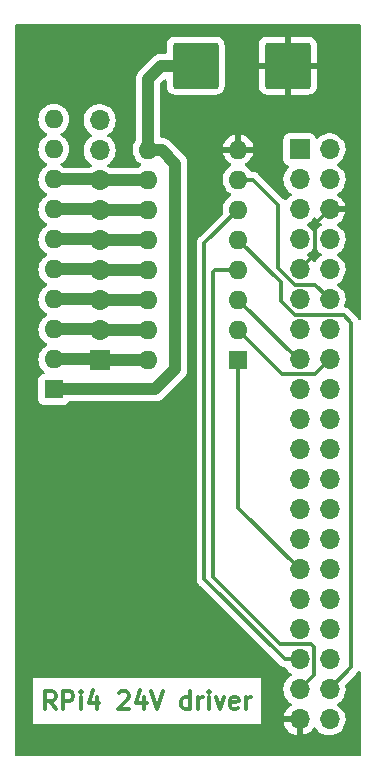
<source format=gbr>
%TF.GenerationSoftware,KiCad,Pcbnew,6.0.11+dfsg-1*%
%TF.CreationDate,2023-04-12T13:51:57+02:00*%
%TF.ProjectId,power_driver,706f7765-725f-4647-9269-7665722e6b69,rev?*%
%TF.SameCoordinates,Original*%
%TF.FileFunction,Copper,L1,Top*%
%TF.FilePolarity,Positive*%
%FSLAX46Y46*%
G04 Gerber Fmt 4.6, Leading zero omitted, Abs format (unit mm)*
G04 Created by KiCad (PCBNEW 6.0.11+dfsg-1) date 2023-04-12 13:51:57*
%MOMM*%
%LPD*%
G01*
G04 APERTURE LIST*
G04 Aperture macros list*
%AMRoundRect*
0 Rectangle with rounded corners*
0 $1 Rounding radius*
0 $2 $3 $4 $5 $6 $7 $8 $9 X,Y pos of 4 corners*
0 Add a 4 corners polygon primitive as box body*
4,1,4,$2,$3,$4,$5,$6,$7,$8,$9,$2,$3,0*
0 Add four circle primitives for the rounded corners*
1,1,$1+$1,$2,$3*
1,1,$1+$1,$4,$5*
1,1,$1+$1,$6,$7*
1,1,$1+$1,$8,$9*
0 Add four rect primitives between the rounded corners*
20,1,$1+$1,$2,$3,$4,$5,0*
20,1,$1+$1,$4,$5,$6,$7,0*
20,1,$1+$1,$6,$7,$8,$9,0*
20,1,$1+$1,$8,$9,$2,$3,0*%
G04 Aperture macros list end*
%ADD10C,0.300000*%
%TA.AperFunction,NonConductor*%
%ADD11C,0.300000*%
%TD*%
%TA.AperFunction,ComponentPad*%
%ADD12R,1.700000X1.700000*%
%TD*%
%TA.AperFunction,ComponentPad*%
%ADD13O,1.700000X1.700000*%
%TD*%
%TA.AperFunction,ComponentPad*%
%ADD14R,1.600000X1.600000*%
%TD*%
%TA.AperFunction,ComponentPad*%
%ADD15O,1.600000X1.600000*%
%TD*%
%TA.AperFunction,ComponentPad*%
%ADD16RoundRect,0.250002X-1.699998X-1.699998X1.699998X-1.699998X1.699998X1.699998X-1.699998X1.699998X0*%
%TD*%
%TA.AperFunction,Conductor*%
%ADD17C,1.000000*%
%TD*%
%TA.AperFunction,Conductor*%
%ADD18C,0.300000*%
%TD*%
G04 APERTURE END LIST*
D10*
D11*
X202150000Y-121978571D02*
X201650000Y-121264285D01*
X201292857Y-121978571D02*
X201292857Y-120478571D01*
X201864285Y-120478571D01*
X202007142Y-120550000D01*
X202078571Y-120621428D01*
X202150000Y-120764285D01*
X202150000Y-120978571D01*
X202078571Y-121121428D01*
X202007142Y-121192857D01*
X201864285Y-121264285D01*
X201292857Y-121264285D01*
X202792857Y-121978571D02*
X202792857Y-120478571D01*
X203364285Y-120478571D01*
X203507142Y-120550000D01*
X203578571Y-120621428D01*
X203650000Y-120764285D01*
X203650000Y-120978571D01*
X203578571Y-121121428D01*
X203507142Y-121192857D01*
X203364285Y-121264285D01*
X202792857Y-121264285D01*
X204292857Y-121978571D02*
X204292857Y-120978571D01*
X204292857Y-120478571D02*
X204221428Y-120550000D01*
X204292857Y-120621428D01*
X204364285Y-120550000D01*
X204292857Y-120478571D01*
X204292857Y-120621428D01*
X205650000Y-120978571D02*
X205650000Y-121978571D01*
X205292857Y-120407142D02*
X204935714Y-121478571D01*
X205864285Y-121478571D01*
X207507142Y-120621428D02*
X207578571Y-120550000D01*
X207721428Y-120478571D01*
X208078571Y-120478571D01*
X208221428Y-120550000D01*
X208292857Y-120621428D01*
X208364285Y-120764285D01*
X208364285Y-120907142D01*
X208292857Y-121121428D01*
X207435714Y-121978571D01*
X208364285Y-121978571D01*
X209650000Y-120978571D02*
X209650000Y-121978571D01*
X209292857Y-120407142D02*
X208935714Y-121478571D01*
X209864285Y-121478571D01*
X210221428Y-120478571D02*
X210721428Y-121978571D01*
X211221428Y-120478571D01*
X213507142Y-121978571D02*
X213507142Y-120478571D01*
X213507142Y-121907142D02*
X213364285Y-121978571D01*
X213078571Y-121978571D01*
X212935714Y-121907142D01*
X212864285Y-121835714D01*
X212792857Y-121692857D01*
X212792857Y-121264285D01*
X212864285Y-121121428D01*
X212935714Y-121050000D01*
X213078571Y-120978571D01*
X213364285Y-120978571D01*
X213507142Y-121050000D01*
X214221428Y-121978571D02*
X214221428Y-120978571D01*
X214221428Y-121264285D02*
X214292857Y-121121428D01*
X214364285Y-121050000D01*
X214507142Y-120978571D01*
X214650000Y-120978571D01*
X215150000Y-121978571D02*
X215150000Y-120978571D01*
X215150000Y-120478571D02*
X215078571Y-120550000D01*
X215150000Y-120621428D01*
X215221428Y-120550000D01*
X215150000Y-120478571D01*
X215150000Y-120621428D01*
X215721428Y-120978571D02*
X216078571Y-121978571D01*
X216435714Y-120978571D01*
X217578571Y-121907142D02*
X217435714Y-121978571D01*
X217150000Y-121978571D01*
X217007142Y-121907142D01*
X216935714Y-121764285D01*
X216935714Y-121192857D01*
X217007142Y-121050000D01*
X217150000Y-120978571D01*
X217435714Y-120978571D01*
X217578571Y-121050000D01*
X217650000Y-121192857D01*
X217650000Y-121335714D01*
X216935714Y-121478571D01*
X218292857Y-121978571D02*
X218292857Y-120978571D01*
X218292857Y-121264285D02*
X218364285Y-121121428D01*
X218435714Y-121050000D01*
X218578571Y-120978571D01*
X218721428Y-120978571D01*
D12*
%TO.P,J1,1,Pin_1*%
%TO.N,unconnected-(J1-Pad1)*%
X222800000Y-74600000D03*
D13*
%TO.P,J1,2,Pin_2*%
%TO.N,unconnected-(J1-Pad2)*%
X225340000Y-74600000D03*
%TO.P,J1,3,Pin_3*%
%TO.N,unconnected-(J1-Pad3)*%
X222800000Y-77140000D03*
%TO.P,J1,4,Pin_4*%
%TO.N,unconnected-(J1-Pad4)*%
X225340000Y-77140000D03*
%TO.P,J1,5,Pin_5*%
%TO.N,unconnected-(J1-Pad5)*%
X222800000Y-79680000D03*
%TO.P,J1,6,Pin_6*%
%TO.N,GND*%
X225340000Y-79680000D03*
%TO.P,J1,7,Pin_7*%
%TO.N,unconnected-(J1-Pad7)*%
X222800000Y-82220000D03*
%TO.P,J1,8,Pin_8*%
%TO.N,unconnected-(J1-Pad8)*%
X225340000Y-82220000D03*
%TO.P,J1,9,Pin_9*%
%TO.N,GND*%
X222800000Y-84760000D03*
%TO.P,J1,10,Pin_10*%
%TO.N,unconnected-(J1-Pad10)*%
X225340000Y-84760000D03*
%TO.P,J1,11,Pin_11*%
%TO.N,unconnected-(J1-Pad11)*%
X222800000Y-87300000D03*
%TO.P,J1,12,Pin_12*%
%TO.N,12*%
X225340000Y-87300000D03*
%TO.P,J1,13,Pin_13*%
%TO.N,unconnected-(J1-Pad13)*%
X222800000Y-89840000D03*
%TO.P,J1,14,Pin_14*%
%TO.N,unconnected-(J1-Pad14)*%
X225340000Y-89840000D03*
%TO.P,J1,15,Pin_15*%
%TO.N,15*%
X222800000Y-92380000D03*
%TO.P,J1,16,Pin_16*%
%TO.N,16*%
X225340000Y-92380000D03*
%TO.P,J1,17,Pin_17*%
%TO.N,unconnected-(J1-Pad17)*%
X222800000Y-94920000D03*
%TO.P,J1,18,Pin_18*%
%TO.N,unconnected-(J1-Pad18)*%
X225340000Y-94920000D03*
%TO.P,J1,19,Pin_19*%
%TO.N,unconnected-(J1-Pad19)*%
X222800000Y-97460000D03*
%TO.P,J1,20,Pin_20*%
%TO.N,unconnected-(J1-Pad20)*%
X225340000Y-97460000D03*
%TO.P,J1,21,Pin_21*%
%TO.N,unconnected-(J1-Pad21)*%
X222800000Y-100000000D03*
%TO.P,J1,22,Pin_22*%
%TO.N,unconnected-(J1-Pad22)*%
X225340000Y-100000000D03*
%TO.P,J1,23,Pin_23*%
%TO.N,unconnected-(J1-Pad23)*%
X222800000Y-102540000D03*
%TO.P,J1,24,Pin_24*%
%TO.N,unconnected-(J1-Pad24)*%
X225340000Y-102540000D03*
%TO.P,J1,25,Pin_25*%
%TO.N,unconnected-(J1-Pad25)*%
X222800000Y-105080000D03*
%TO.P,J1,26,Pin_26*%
%TO.N,unconnected-(J1-Pad26)*%
X225340000Y-105080000D03*
%TO.P,J1,27,Pin_27*%
%TO.N,unconnected-(J1-Pad27)*%
X222800000Y-107620000D03*
%TO.P,J1,28,Pin_28*%
%TO.N,unconnected-(J1-Pad28)*%
X225340000Y-107620000D03*
%TO.P,J1,29,Pin_29*%
%TO.N,29*%
X222800000Y-110160000D03*
%TO.P,J1,30,Pin_30*%
%TO.N,unconnected-(J1-Pad30)*%
X225340000Y-110160000D03*
%TO.P,J1,31,Pin_31*%
%TO.N,unconnected-(J1-Pad31)*%
X222800000Y-112700000D03*
%TO.P,J1,32,Pin_32*%
%TO.N,unconnected-(J1-Pad32)*%
X225340000Y-112700000D03*
%TO.P,J1,33,Pin_33*%
%TO.N,unconnected-(J1-Pad33)*%
X222800000Y-115240000D03*
%TO.P,J1,34,Pin_34*%
%TO.N,unconnected-(J1-Pad34)*%
X225340000Y-115240000D03*
%TO.P,J1,35,Pin_35*%
%TO.N,35*%
X222800000Y-117780000D03*
%TO.P,J1,36,Pin_36*%
%TO.N,unconnected-(J1-Pad36)*%
X225340000Y-117780000D03*
%TO.P,J1,37,Pin_37*%
%TO.N,37*%
X222800000Y-120320000D03*
%TO.P,J1,38,Pin_38*%
%TO.N,38*%
X225340000Y-120320000D03*
%TO.P,J1,39,Pin_39*%
%TO.N,GND*%
X222800000Y-122860000D03*
%TO.P,J1,40,Pin_40*%
%TO.N,unconnected-(J1-Pad40)*%
X225340000Y-122860000D03*
%TD*%
D14*
%TO.P,U1,1,I1*%
%TO.N,29*%
X217600000Y-92400000D03*
D15*
%TO.P,U1,2,I2*%
%TO.N,16*%
X217600000Y-89860000D03*
%TO.P,U1,3,I3*%
%TO.N,15*%
X217600000Y-87320000D03*
%TO.P,U1,4,I4*%
%TO.N,37*%
X217600000Y-84780000D03*
%TO.P,U1,5,I5*%
%TO.N,38*%
X217600000Y-82240000D03*
%TO.P,U1,6,I6*%
%TO.N,35*%
X217600000Y-79700000D03*
%TO.P,U1,7,I7*%
%TO.N,12*%
X217600000Y-77160000D03*
%TO.P,U1,8,GND*%
%TO.N,GND*%
X217600000Y-74620000D03*
%TO.P,U1,9,COM*%
%TO.N,VCC*%
X209980000Y-74620000D03*
%TO.P,U1,10,O7*%
%TO.N,Net-(J2-Pad7)*%
X209980000Y-77160000D03*
%TO.P,U1,11,O6*%
%TO.N,Net-(J2-Pad6)*%
X209980000Y-79700000D03*
%TO.P,U1,12,O5*%
%TO.N,Net-(J2-Pad5)*%
X209980000Y-82240000D03*
%TO.P,U1,13,O4*%
%TO.N,Net-(J2-Pad4)*%
X209980000Y-84780000D03*
%TO.P,U1,14,O3*%
%TO.N,Net-(J2-Pad3)*%
X209980000Y-87320000D03*
%TO.P,U1,15,O2*%
%TO.N,Net-(J2-Pad2)*%
X209980000Y-89860000D03*
%TO.P,U1,16,O1*%
%TO.N,Net-(J2-Pad1)*%
X209980000Y-92400000D03*
%TD*%
D16*
%TO.P,J4,1,Pin_1*%
%TO.N,GND*%
X221800000Y-67500000D03*
%TD*%
%TO.P,J3,1,Pin_1*%
%TO.N,VCC*%
X214000000Y-67500000D03*
%TD*%
D12*
%TO.P,J2,1,Pin_1*%
%TO.N,Net-(J2-Pad1)*%
X205875000Y-92450000D03*
D13*
%TO.P,J2,2,Pin_2*%
%TO.N,Net-(J2-Pad2)*%
X205875000Y-89910000D03*
%TO.P,J2,3,Pin_3*%
%TO.N,Net-(J2-Pad3)*%
X205875000Y-87370000D03*
%TO.P,J2,4,Pin_4*%
%TO.N,Net-(J2-Pad4)*%
X205875000Y-84830000D03*
%TO.P,J2,5,Pin_5*%
%TO.N,Net-(J2-Pad5)*%
X205875000Y-82290000D03*
%TO.P,J2,6,Pin_6*%
%TO.N,Net-(J2-Pad6)*%
X205875000Y-79750000D03*
%TO.P,J2,7,Pin_7*%
%TO.N,Net-(J2-Pad7)*%
X205875000Y-77210000D03*
%TO.P,J2,8,Pin_8*%
%TO.N,unconnected-(J2-Pad8)*%
X205875000Y-74670000D03*
%TO.P,J2,9,Pin_9*%
%TO.N,unconnected-(J2-Pad9)*%
X205875000Y-72130000D03*
%TD*%
D15*
%TO.P,RN1,10,R9*%
%TO.N,unconnected-(RN1-Pad10)*%
X202000000Y-72065000D03*
%TO.P,RN1,9,R8*%
%TO.N,unconnected-(RN1-Pad9)*%
X202000000Y-74605000D03*
%TO.P,RN1,8,R7*%
%TO.N,Net-(J2-Pad7)*%
X202000000Y-77145000D03*
%TO.P,RN1,7,R6*%
%TO.N,Net-(J2-Pad6)*%
X202000000Y-79685000D03*
%TO.P,RN1,6,R5*%
%TO.N,Net-(J2-Pad5)*%
X202000000Y-82225000D03*
%TO.P,RN1,5,R4*%
%TO.N,Net-(J2-Pad4)*%
X202000000Y-84765000D03*
%TO.P,RN1,4,R3*%
%TO.N,Net-(J2-Pad3)*%
X202000000Y-87305000D03*
%TO.P,RN1,3,R2*%
%TO.N,Net-(J2-Pad2)*%
X202000000Y-89845000D03*
%TO.P,RN1,2,R1*%
%TO.N,Net-(J2-Pad1)*%
X202000000Y-92385000D03*
D14*
%TO.P,RN1,1,common*%
%TO.N,VCC*%
X202000000Y-94925000D03*
%TD*%
D17*
%TO.N,VCC*%
X214000000Y-67500000D02*
X211100000Y-67500000D01*
X211100000Y-67500000D02*
X209980000Y-68620000D01*
X209980000Y-68620000D02*
X209980000Y-74620000D01*
X209980000Y-74620000D02*
X211120000Y-74620000D01*
X211120000Y-74620000D02*
X212300000Y-75800000D01*
X212300000Y-75800000D02*
X212300000Y-93200000D01*
X212300000Y-93200000D02*
X210575000Y-94925000D01*
X202000000Y-94925000D02*
X210575000Y-94925000D01*
D18*
%TO.N,GND*%
X222800000Y-84760000D02*
X224140000Y-83420000D01*
X224140000Y-83420000D02*
X224140000Y-80880000D01*
X224140000Y-80880000D02*
X225340000Y-79680000D01*
%TO.N,29*%
X222800000Y-110160000D02*
X217600000Y-104960000D01*
X217600000Y-104960000D02*
X217600000Y-92400000D01*
%TO.N,38*%
X217600000Y-82240000D02*
X221200000Y-85840000D01*
X221200000Y-85840000D02*
X221200000Y-87397057D01*
X227200000Y-89300000D02*
X227200000Y-118460000D01*
X221200000Y-87397057D02*
X222442943Y-88640000D01*
X222442943Y-88640000D02*
X226540000Y-88640000D01*
X226540000Y-88640000D02*
X227200000Y-89300000D01*
X227200000Y-118460000D02*
X225340000Y-120320000D01*
%TO.N,15*%
X217600000Y-87320000D02*
X222660000Y-92380000D01*
X222660000Y-92380000D02*
X222800000Y-92380000D01*
%TO.N,16*%
X217600000Y-89860000D02*
X221320000Y-93580000D01*
X221320000Y-93580000D02*
X224140000Y-93580000D01*
X224140000Y-93580000D02*
X225340000Y-92380000D01*
%TO.N,37*%
X215500000Y-84960000D02*
X215680000Y-84780000D01*
X215680000Y-84780000D02*
X217600000Y-84780000D01*
X222800000Y-120320000D02*
X224020000Y-119100000D01*
X224020000Y-119100000D02*
X224020000Y-116720000D01*
X224020000Y-116720000D02*
X223740000Y-116440000D01*
X223740000Y-116440000D02*
X221140000Y-116440000D01*
X221140000Y-116440000D02*
X215500000Y-110800000D01*
X215500000Y-110800000D02*
X215500000Y-84960000D01*
%TO.N,35*%
X217600000Y-79700000D02*
X214750000Y-82550000D01*
X214750000Y-82550000D02*
X214750000Y-110950000D01*
X214750000Y-110950000D02*
X221580000Y-117780000D01*
X221580000Y-117780000D02*
X222800000Y-117780000D01*
%TO.N,12*%
X218860000Y-77160000D02*
X221000000Y-79300000D01*
X221000000Y-84657057D02*
X222442943Y-86100000D01*
X217600000Y-77160000D02*
X218860000Y-77160000D01*
X224140000Y-86100000D02*
X225340000Y-87300000D01*
X221000000Y-79300000D02*
X221000000Y-84657057D01*
X222442943Y-86100000D02*
X224140000Y-86100000D01*
D17*
%TO.N,Net-(J2-Pad1)*%
X209980000Y-92400000D02*
X205925000Y-92400000D01*
X205925000Y-92400000D02*
X205875000Y-92450000D01*
X202000000Y-92385000D02*
X205810000Y-92385000D01*
X205810000Y-92385000D02*
X205875000Y-92450000D01*
%TO.N,Net-(J2-Pad2)*%
X202000000Y-89845000D02*
X205810000Y-89845000D01*
X205810000Y-89845000D02*
X205875000Y-89910000D01*
%TO.N,Net-(J2-Pad3)*%
X202000000Y-87305000D02*
X205810000Y-87305000D01*
X205810000Y-87305000D02*
X205875000Y-87370000D01*
%TO.N,Net-(J2-Pad4)*%
X202000000Y-84765000D02*
X205810000Y-84765000D01*
X205810000Y-84765000D02*
X205875000Y-84830000D01*
%TO.N,Net-(J2-Pad5)*%
X202000000Y-82225000D02*
X205810000Y-82225000D01*
X205810000Y-82225000D02*
X205875000Y-82290000D01*
%TO.N,Net-(J2-Pad6)*%
X202000000Y-79685000D02*
X205810000Y-79685000D01*
X205810000Y-79685000D02*
X205875000Y-79750000D01*
%TO.N,Net-(J2-Pad7)*%
X202000000Y-77145000D02*
X205810000Y-77145000D01*
X205810000Y-77145000D02*
X205875000Y-77210000D01*
%TO.N,Net-(J2-Pad2)*%
X209980000Y-89860000D02*
X205925000Y-89860000D01*
X205925000Y-89860000D02*
X205875000Y-89910000D01*
%TO.N,Net-(J2-Pad3)*%
X205875000Y-87370000D02*
X209930000Y-87370000D01*
X209930000Y-87370000D02*
X209980000Y-87320000D01*
%TO.N,Net-(J2-Pad4)*%
X209980000Y-84780000D02*
X205925000Y-84780000D01*
X205925000Y-84780000D02*
X205875000Y-84830000D01*
%TO.N,Net-(J2-Pad5)*%
X205875000Y-82290000D02*
X209930000Y-82290000D01*
X209930000Y-82290000D02*
X209980000Y-82240000D01*
%TO.N,Net-(J2-Pad6)*%
X209980000Y-79700000D02*
X205925000Y-79700000D01*
X205925000Y-79700000D02*
X205875000Y-79750000D01*
%TO.N,Net-(J2-Pad7)*%
X209980000Y-77160000D02*
X205925000Y-77160000D01*
X205925000Y-77160000D02*
X205875000Y-77210000D01*
%TD*%
%TA.AperFunction,Conductor*%
%TO.N,GND*%
G36*
X227942121Y-64020002D02*
G01*
X227988614Y-64073658D01*
X228000000Y-64126000D01*
X228000000Y-88893010D01*
X227979998Y-88961131D01*
X227926342Y-89007624D01*
X227856068Y-89017728D01*
X227791488Y-88988234D01*
X227772064Y-88967071D01*
X227767749Y-88961131D01*
X227754482Y-88942871D01*
X227747967Y-88932952D01*
X227728493Y-88900023D01*
X227728490Y-88900019D01*
X227724453Y-88893193D01*
X227709289Y-88878029D01*
X227696448Y-88862995D01*
X227688501Y-88852057D01*
X227683841Y-88845643D01*
X227648247Y-88816197D01*
X227639468Y-88808208D01*
X227063655Y-88232395D01*
X227055665Y-88223615D01*
X227055663Y-88223613D01*
X227051416Y-88216920D01*
X226999742Y-88168395D01*
X226996901Y-88165641D01*
X226976333Y-88145073D01*
X226972826Y-88142353D01*
X226963804Y-88134647D01*
X226930133Y-88103028D01*
X226923181Y-88099206D01*
X226911342Y-88092697D01*
X226894818Y-88081843D01*
X226884132Y-88073555D01*
X226877868Y-88068696D01*
X226870596Y-88065549D01*
X226870594Y-88065548D01*
X226835465Y-88050346D01*
X226824805Y-88045124D01*
X226791284Y-88026695D01*
X226791282Y-88026694D01*
X226784337Y-88022876D01*
X226763559Y-88017541D01*
X226744869Y-88011142D01*
X226725176Y-88002620D01*
X226693044Y-87997531D01*
X226628891Y-87967119D01*
X226591364Y-87906851D01*
X226592378Y-87835861D01*
X226599798Y-87817254D01*
X226605140Y-87806446D01*
X226605143Y-87806439D01*
X226607430Y-87801811D01*
X226672370Y-87588069D01*
X226701529Y-87366590D01*
X226701611Y-87363240D01*
X226703074Y-87303365D01*
X226703074Y-87303361D01*
X226703156Y-87300000D01*
X226684852Y-87077361D01*
X226630431Y-86860702D01*
X226541354Y-86655840D01*
X226448361Y-86512095D01*
X226422822Y-86472617D01*
X226422820Y-86472614D01*
X226420014Y-86468277D01*
X226269670Y-86303051D01*
X226265619Y-86299852D01*
X226265615Y-86299848D01*
X226098414Y-86167800D01*
X226098410Y-86167798D01*
X226094359Y-86164598D01*
X226053053Y-86141796D01*
X226003084Y-86091364D01*
X225988312Y-86021921D01*
X226013428Y-85955516D01*
X226040780Y-85928909D01*
X226121723Y-85871173D01*
X226219860Y-85801173D01*
X226229735Y-85791333D01*
X226374435Y-85647137D01*
X226378096Y-85643489D01*
X226389085Y-85628197D01*
X226505435Y-85466277D01*
X226508453Y-85462077D01*
X226520106Y-85438500D01*
X226605136Y-85266453D01*
X226605137Y-85266451D01*
X226607430Y-85261811D01*
X226672370Y-85048069D01*
X226701529Y-84826590D01*
X226701611Y-84823240D01*
X226703074Y-84763365D01*
X226703074Y-84763361D01*
X226703156Y-84760000D01*
X226684852Y-84537361D01*
X226630431Y-84320702D01*
X226541354Y-84115840D01*
X226481234Y-84022908D01*
X226422822Y-83932617D01*
X226422820Y-83932614D01*
X226420014Y-83928277D01*
X226269670Y-83763051D01*
X226265619Y-83759852D01*
X226265615Y-83759848D01*
X226098414Y-83627800D01*
X226098410Y-83627798D01*
X226094359Y-83624598D01*
X226053053Y-83601796D01*
X226003084Y-83551364D01*
X225988312Y-83481921D01*
X226013428Y-83415516D01*
X226040780Y-83388909D01*
X226084603Y-83357650D01*
X226219860Y-83261173D01*
X226231718Y-83249357D01*
X226374435Y-83107137D01*
X226378096Y-83103489D01*
X226389085Y-83088197D01*
X226505435Y-82926277D01*
X226508453Y-82922077D01*
X226526157Y-82886257D01*
X226605136Y-82726453D01*
X226605137Y-82726451D01*
X226607430Y-82721811D01*
X226663567Y-82537043D01*
X226670865Y-82513023D01*
X226670865Y-82513021D01*
X226672370Y-82508069D01*
X226701529Y-82286590D01*
X226702052Y-82265195D01*
X226703074Y-82223365D01*
X226703074Y-82223361D01*
X226703156Y-82220000D01*
X226684852Y-81997361D01*
X226630431Y-81780702D01*
X226541354Y-81575840D01*
X226448361Y-81432095D01*
X226422822Y-81392617D01*
X226422820Y-81392614D01*
X226420014Y-81388277D01*
X226269670Y-81223051D01*
X226265619Y-81219852D01*
X226265615Y-81219848D01*
X226098414Y-81087800D01*
X226098410Y-81087798D01*
X226094359Y-81084598D01*
X226052569Y-81061529D01*
X226002598Y-81011097D01*
X225987826Y-80941654D01*
X226012942Y-80875248D01*
X226040294Y-80848641D01*
X226215328Y-80723792D01*
X226223200Y-80717139D01*
X226374052Y-80566812D01*
X226380730Y-80558965D01*
X226505003Y-80386020D01*
X226510313Y-80377183D01*
X226604670Y-80186267D01*
X226608469Y-80176672D01*
X226670377Y-79972910D01*
X226672555Y-79962837D01*
X226673986Y-79951962D01*
X226671775Y-79937778D01*
X226658617Y-79934000D01*
X225212000Y-79934000D01*
X225143879Y-79913998D01*
X225097386Y-79860342D01*
X225086000Y-79808000D01*
X225086000Y-79552000D01*
X225106002Y-79483879D01*
X225159658Y-79437386D01*
X225212000Y-79426000D01*
X226658344Y-79426000D01*
X226671875Y-79422027D01*
X226673180Y-79412947D01*
X226631214Y-79245875D01*
X226627894Y-79236124D01*
X226542972Y-79040814D01*
X226538105Y-79031739D01*
X226422426Y-78852926D01*
X226416136Y-78844757D01*
X226272806Y-78687240D01*
X226265273Y-78680215D01*
X226098139Y-78548222D01*
X226089556Y-78542520D01*
X226052602Y-78522120D01*
X226002631Y-78471687D01*
X225987859Y-78402245D01*
X226012975Y-78335839D01*
X226040327Y-78309232D01*
X226082198Y-78279366D01*
X226219860Y-78181173D01*
X226229735Y-78171333D01*
X226374435Y-78027137D01*
X226378096Y-78023489D01*
X226387808Y-78009974D01*
X226505435Y-77846277D01*
X226508453Y-77842077D01*
X226526157Y-77806257D01*
X226605136Y-77646453D01*
X226605137Y-77646451D01*
X226607430Y-77641811D01*
X226672370Y-77428069D01*
X226701529Y-77206590D01*
X226701611Y-77203240D01*
X226703074Y-77143365D01*
X226703074Y-77143361D01*
X226703156Y-77140000D01*
X226684852Y-76917361D01*
X226630431Y-76700702D01*
X226541354Y-76495840D01*
X226448361Y-76352095D01*
X226422822Y-76312617D01*
X226422820Y-76312614D01*
X226420014Y-76308277D01*
X226269670Y-76143051D01*
X226265619Y-76139852D01*
X226265615Y-76139848D01*
X226098414Y-76007800D01*
X226098410Y-76007798D01*
X226094359Y-76004598D01*
X226053053Y-75981796D01*
X226003084Y-75931364D01*
X225988312Y-75861921D01*
X226013428Y-75795516D01*
X226040780Y-75768909D01*
X226091624Y-75732642D01*
X226219860Y-75641173D01*
X226231718Y-75629357D01*
X226347181Y-75514296D01*
X226378096Y-75483489D01*
X226389085Y-75468197D01*
X226505435Y-75306277D01*
X226508453Y-75302077D01*
X226518867Y-75281007D01*
X226605136Y-75106453D01*
X226605137Y-75106451D01*
X226607430Y-75101811D01*
X226672370Y-74888069D01*
X226701529Y-74666590D01*
X226701611Y-74663240D01*
X226703074Y-74603365D01*
X226703074Y-74603361D01*
X226703156Y-74600000D01*
X226684852Y-74377361D01*
X226630431Y-74160702D01*
X226541354Y-73955840D01*
X226462828Y-73834457D01*
X226422822Y-73772617D01*
X226422820Y-73772614D01*
X226420014Y-73768277D01*
X226269670Y-73603051D01*
X226265619Y-73599852D01*
X226265615Y-73599848D01*
X226098414Y-73467800D01*
X226098410Y-73467798D01*
X226094359Y-73464598D01*
X226066457Y-73449195D01*
X226025594Y-73426638D01*
X225898789Y-73356638D01*
X225893920Y-73354914D01*
X225893916Y-73354912D01*
X225693087Y-73283795D01*
X225693083Y-73283794D01*
X225688212Y-73282069D01*
X225683119Y-73281162D01*
X225683116Y-73281161D01*
X225473373Y-73243800D01*
X225473367Y-73243799D01*
X225468284Y-73242894D01*
X225394452Y-73241992D01*
X225250081Y-73240228D01*
X225250079Y-73240228D01*
X225244911Y-73240165D01*
X225024091Y-73273955D01*
X224811756Y-73343357D01*
X224613607Y-73446507D01*
X224609474Y-73449610D01*
X224609471Y-73449612D01*
X224439100Y-73577530D01*
X224434965Y-73580635D01*
X224361717Y-73657285D01*
X224354283Y-73665064D01*
X224292759Y-73700494D01*
X224221846Y-73697037D01*
X224164060Y-73655791D01*
X224145207Y-73622243D01*
X224103767Y-73511703D01*
X224100615Y-73503295D01*
X224013261Y-73386739D01*
X223896705Y-73299385D01*
X223760316Y-73248255D01*
X223698134Y-73241500D01*
X221901866Y-73241500D01*
X221839684Y-73248255D01*
X221703295Y-73299385D01*
X221586739Y-73386739D01*
X221499385Y-73503295D01*
X221448255Y-73639684D01*
X221441500Y-73701866D01*
X221441500Y-75498134D01*
X221448255Y-75560316D01*
X221499385Y-75696705D01*
X221586739Y-75813261D01*
X221703295Y-75900615D01*
X221711704Y-75903767D01*
X221711705Y-75903768D01*
X221820451Y-75944535D01*
X221877216Y-75987176D01*
X221901916Y-76053738D01*
X221886709Y-76123087D01*
X221867316Y-76149568D01*
X221740629Y-76282138D01*
X221737720Y-76286403D01*
X221737714Y-76286411D01*
X221714657Y-76320211D01*
X221614743Y-76466680D01*
X221569047Y-76565124D01*
X221523914Y-76662356D01*
X221520688Y-76669305D01*
X221460989Y-76884570D01*
X221437251Y-77106695D01*
X221437548Y-77111848D01*
X221437548Y-77111851D01*
X221443011Y-77206590D01*
X221450110Y-77329715D01*
X221451247Y-77334761D01*
X221451248Y-77334767D01*
X221471119Y-77422939D01*
X221499222Y-77547639D01*
X221583266Y-77754616D01*
X221621341Y-77816749D01*
X221697291Y-77940688D01*
X221699987Y-77945088D01*
X221846250Y-78113938D01*
X222018126Y-78256632D01*
X222066414Y-78284849D01*
X222091445Y-78299476D01*
X222140169Y-78351114D01*
X222153240Y-78420897D01*
X222126509Y-78486669D01*
X222086055Y-78520027D01*
X222073607Y-78526507D01*
X222069474Y-78529610D01*
X222069471Y-78529612D01*
X221907451Y-78651260D01*
X221894965Y-78660635D01*
X221740629Y-78822138D01*
X221709826Y-78867294D01*
X221654917Y-78912296D01*
X221584392Y-78920468D01*
X221516644Y-78885384D01*
X221509289Y-78878029D01*
X221496448Y-78862995D01*
X221488501Y-78852057D01*
X221483841Y-78845643D01*
X221448247Y-78816197D01*
X221439468Y-78808208D01*
X219383655Y-76752395D01*
X219375665Y-76743615D01*
X219375663Y-76743613D01*
X219371416Y-76736920D01*
X219319742Y-76688395D01*
X219316901Y-76685641D01*
X219296333Y-76665073D01*
X219292826Y-76662353D01*
X219283804Y-76654647D01*
X219255913Y-76628456D01*
X219250133Y-76623028D01*
X219243181Y-76619206D01*
X219231342Y-76612697D01*
X219214818Y-76601843D01*
X219204132Y-76593555D01*
X219197868Y-76588696D01*
X219190596Y-76585549D01*
X219190594Y-76585548D01*
X219155465Y-76570346D01*
X219144805Y-76565124D01*
X219111284Y-76546695D01*
X219111282Y-76546694D01*
X219104337Y-76542876D01*
X219083559Y-76537541D01*
X219064869Y-76531142D01*
X219045176Y-76522620D01*
X218999552Y-76515394D01*
X218987929Y-76512987D01*
X218959928Y-76505798D01*
X218943188Y-76501500D01*
X218921741Y-76501500D01*
X218902031Y-76499949D01*
X218880848Y-76496594D01*
X218834859Y-76500941D01*
X218823004Y-76501500D01*
X218801888Y-76501500D01*
X218733767Y-76481498D01*
X218698675Y-76447771D01*
X218692967Y-76439618D01*
X218606198Y-76315700D01*
X218444300Y-76153802D01*
X218439792Y-76150645D01*
X218439789Y-76150643D01*
X218342673Y-76082642D01*
X218256749Y-76022477D01*
X218251767Y-76020154D01*
X218251762Y-76020151D01*
X218216951Y-76003919D01*
X218163666Y-75957002D01*
X218144205Y-75888725D01*
X218164747Y-75820765D01*
X218216951Y-75775529D01*
X218251511Y-75759414D01*
X218261007Y-75753931D01*
X218439467Y-75628972D01*
X218447875Y-75621916D01*
X218601916Y-75467875D01*
X218608972Y-75459467D01*
X218733931Y-75281007D01*
X218739414Y-75271511D01*
X218831490Y-75074053D01*
X218835236Y-75063761D01*
X218881394Y-74891497D01*
X218881058Y-74877401D01*
X218873116Y-74874000D01*
X216332033Y-74874000D01*
X216318502Y-74877973D01*
X216317273Y-74886522D01*
X216364764Y-75063761D01*
X216368510Y-75074053D01*
X216460586Y-75271511D01*
X216466069Y-75281007D01*
X216591028Y-75459467D01*
X216598084Y-75467875D01*
X216752125Y-75621916D01*
X216760533Y-75628972D01*
X216938993Y-75753931D01*
X216948489Y-75759414D01*
X216983049Y-75775529D01*
X217036334Y-75822446D01*
X217055795Y-75890723D01*
X217035253Y-75958683D01*
X216983049Y-76003919D01*
X216948238Y-76020151D01*
X216948233Y-76020154D01*
X216943251Y-76022477D01*
X216857327Y-76082642D01*
X216760211Y-76150643D01*
X216760208Y-76150645D01*
X216755700Y-76153802D01*
X216593802Y-76315700D01*
X216462477Y-76503251D01*
X216460154Y-76508233D01*
X216460151Y-76508238D01*
X216372619Y-76695954D01*
X216365716Y-76710757D01*
X216364294Y-76716065D01*
X216364293Y-76716067D01*
X216317766Y-76889707D01*
X216306457Y-76931913D01*
X216286502Y-77160000D01*
X216306457Y-77388087D01*
X216307881Y-77393400D01*
X216307881Y-77393402D01*
X216363032Y-77599225D01*
X216365716Y-77609243D01*
X216368039Y-77614224D01*
X216368039Y-77614225D01*
X216460151Y-77811762D01*
X216460154Y-77811767D01*
X216462477Y-77816749D01*
X216535902Y-77921611D01*
X216586028Y-77993197D01*
X216593802Y-78004300D01*
X216755700Y-78166198D01*
X216760208Y-78169355D01*
X216760211Y-78169357D01*
X216811470Y-78205249D01*
X216943251Y-78297523D01*
X216948233Y-78299846D01*
X216948238Y-78299849D01*
X216982457Y-78315805D01*
X217035742Y-78362722D01*
X217055203Y-78430999D01*
X217034661Y-78498959D01*
X216982457Y-78544195D01*
X216948238Y-78560151D01*
X216948233Y-78560154D01*
X216943251Y-78562477D01*
X216838389Y-78635902D01*
X216760211Y-78690643D01*
X216760208Y-78690645D01*
X216755700Y-78693802D01*
X216593802Y-78855700D01*
X216462477Y-79043251D01*
X216460154Y-79048233D01*
X216460151Y-79048238D01*
X216372539Y-79236124D01*
X216365716Y-79250757D01*
X216364294Y-79256065D01*
X216364293Y-79256067D01*
X216311900Y-79451598D01*
X216306457Y-79471913D01*
X216286502Y-79700000D01*
X216306457Y-79928087D01*
X216307881Y-79933402D01*
X216307882Y-79933405D01*
X216315988Y-79963659D01*
X216314298Y-80034635D01*
X216283376Y-80085364D01*
X214342395Y-82026345D01*
X214333615Y-82034335D01*
X214333613Y-82034337D01*
X214326920Y-82038584D01*
X214321494Y-82044362D01*
X214321493Y-82044363D01*
X214278396Y-82090257D01*
X214275641Y-82093099D01*
X214255073Y-82113667D01*
X214252356Y-82117170D01*
X214244648Y-82126195D01*
X214213028Y-82159867D01*
X214209207Y-82166818D01*
X214209206Y-82166819D01*
X214202697Y-82178658D01*
X214191843Y-82195182D01*
X214184018Y-82205271D01*
X214178696Y-82212132D01*
X214175549Y-82219404D01*
X214175548Y-82219406D01*
X214160346Y-82254535D01*
X214155124Y-82265195D01*
X214141538Y-82289908D01*
X214132876Y-82305663D01*
X214127541Y-82326441D01*
X214121142Y-82345131D01*
X214112620Y-82364824D01*
X214111380Y-82372655D01*
X214105394Y-82410448D01*
X214102987Y-82422071D01*
X214091500Y-82466812D01*
X214091500Y-82488259D01*
X214089949Y-82507969D01*
X214086594Y-82529152D01*
X214089799Y-82563052D01*
X214090941Y-82575138D01*
X214091500Y-82586996D01*
X214091500Y-110867944D01*
X214090941Y-110879800D01*
X214089212Y-110887537D01*
X214089461Y-110895459D01*
X214091438Y-110958369D01*
X214091500Y-110962327D01*
X214091500Y-110991432D01*
X214092056Y-110995832D01*
X214092988Y-111007664D01*
X214094438Y-111053831D01*
X214098008Y-111066117D01*
X214100419Y-111074416D01*
X214104430Y-111093782D01*
X214107118Y-111115064D01*
X214110034Y-111122429D01*
X214110035Y-111122433D01*
X214124126Y-111158021D01*
X214127965Y-111169231D01*
X214140855Y-111213600D01*
X214151775Y-111232065D01*
X214160466Y-111249805D01*
X214168365Y-111269756D01*
X214173361Y-111276632D01*
X214195516Y-111307126D01*
X214202033Y-111317048D01*
X214221507Y-111349977D01*
X214221510Y-111349981D01*
X214225547Y-111356807D01*
X214240711Y-111371971D01*
X214253551Y-111387004D01*
X214266159Y-111404357D01*
X214296158Y-111429174D01*
X214301752Y-111433802D01*
X214310532Y-111441792D01*
X221056345Y-118187605D01*
X221064335Y-118196385D01*
X221068584Y-118203080D01*
X221074362Y-118208506D01*
X221074363Y-118208507D01*
X221120257Y-118251604D01*
X221123099Y-118254359D01*
X221143667Y-118274927D01*
X221147170Y-118277644D01*
X221156195Y-118285352D01*
X221189867Y-118316972D01*
X221196818Y-118320793D01*
X221196819Y-118320794D01*
X221208658Y-118327303D01*
X221225182Y-118338157D01*
X221235271Y-118345982D01*
X221242132Y-118351304D01*
X221249404Y-118354451D01*
X221249406Y-118354452D01*
X221284535Y-118369654D01*
X221295196Y-118374876D01*
X221335663Y-118397124D01*
X221356441Y-118402459D01*
X221375131Y-118408858D01*
X221394824Y-118417380D01*
X221438596Y-118424313D01*
X221440448Y-118424606D01*
X221452071Y-118427013D01*
X221480072Y-118434202D01*
X221496812Y-118438500D01*
X221518259Y-118438500D01*
X221537969Y-118440051D01*
X221559152Y-118443406D01*
X221558699Y-118446267D01*
X221613122Y-118464128D01*
X221649125Y-118502091D01*
X221697285Y-118580680D01*
X221697290Y-118580687D01*
X221699987Y-118585088D01*
X221846250Y-118753938D01*
X222018126Y-118896632D01*
X222055232Y-118918315D01*
X222091445Y-118939476D01*
X222140169Y-118991114D01*
X222153240Y-119060897D01*
X222126509Y-119126669D01*
X222086055Y-119160027D01*
X222073607Y-119166507D01*
X222069474Y-119169610D01*
X222069471Y-119169612D01*
X221899100Y-119297530D01*
X221894965Y-119300635D01*
X221740629Y-119462138D01*
X221614743Y-119646680D01*
X221520688Y-119849305D01*
X221460989Y-120064570D01*
X221437251Y-120286695D01*
X221437548Y-120291848D01*
X221437548Y-120291851D01*
X221443011Y-120386590D01*
X221450110Y-120509715D01*
X221451247Y-120514761D01*
X221451248Y-120514767D01*
X221471119Y-120602939D01*
X221499222Y-120727639D01*
X221583266Y-120934616D01*
X221634019Y-121017438D01*
X221697291Y-121120688D01*
X221699987Y-121125088D01*
X221846250Y-121293938D01*
X222018126Y-121436632D01*
X222091445Y-121479476D01*
X222091955Y-121479774D01*
X222140679Y-121531412D01*
X222153750Y-121601195D01*
X222127019Y-121666967D01*
X222086562Y-121700327D01*
X222078457Y-121704546D01*
X222069738Y-121710036D01*
X221899433Y-121837905D01*
X221891726Y-121844748D01*
X221744590Y-121998717D01*
X221738104Y-122006727D01*
X221618098Y-122182649D01*
X221613000Y-122191623D01*
X221523338Y-122384783D01*
X221519775Y-122394470D01*
X221464389Y-122594183D01*
X221465912Y-122602607D01*
X221478292Y-122606000D01*
X222928000Y-122606000D01*
X222996121Y-122626002D01*
X223042614Y-122679658D01*
X223054000Y-122732000D01*
X223054000Y-124178517D01*
X223058064Y-124192359D01*
X223071478Y-124194393D01*
X223078184Y-124193534D01*
X223088262Y-124191392D01*
X223292255Y-124130191D01*
X223301842Y-124126433D01*
X223493095Y-124032739D01*
X223501945Y-124027464D01*
X223675328Y-123903792D01*
X223683200Y-123897139D01*
X223834052Y-123746812D01*
X223840730Y-123738965D01*
X223968022Y-123561819D01*
X223969279Y-123562722D01*
X224016373Y-123519362D01*
X224086311Y-123507145D01*
X224151751Y-123534678D01*
X224179579Y-123566511D01*
X224239987Y-123665088D01*
X224386250Y-123833938D01*
X224558126Y-123976632D01*
X224751000Y-124089338D01*
X224959692Y-124169030D01*
X224964760Y-124170061D01*
X224964763Y-124170062D01*
X225059862Y-124189410D01*
X225178597Y-124213567D01*
X225183772Y-124213757D01*
X225183774Y-124213757D01*
X225396673Y-124221564D01*
X225396677Y-124221564D01*
X225401837Y-124221753D01*
X225406957Y-124221097D01*
X225406959Y-124221097D01*
X225618288Y-124194025D01*
X225618289Y-124194025D01*
X225623416Y-124193368D01*
X225628366Y-124191883D01*
X225832429Y-124130661D01*
X225832434Y-124130659D01*
X225837384Y-124129174D01*
X226037994Y-124030896D01*
X226219860Y-123901173D01*
X226378096Y-123743489D01*
X226508453Y-123562077D01*
X226521995Y-123534678D01*
X226605136Y-123366453D01*
X226605137Y-123366451D01*
X226607430Y-123361811D01*
X226672370Y-123148069D01*
X226701529Y-122926590D01*
X226703156Y-122860000D01*
X226684852Y-122637361D01*
X226630431Y-122420702D01*
X226541354Y-122215840D01*
X226420014Y-122028277D01*
X226269670Y-121863051D01*
X226265619Y-121859852D01*
X226265615Y-121859848D01*
X226098414Y-121727800D01*
X226098410Y-121727798D01*
X226094359Y-121724598D01*
X226053053Y-121701796D01*
X226003084Y-121651364D01*
X225988312Y-121581921D01*
X226013428Y-121515516D01*
X226040780Y-121488909D01*
X226084603Y-121457650D01*
X226219860Y-121361173D01*
X226378096Y-121203489D01*
X226437594Y-121120689D01*
X226505435Y-121026277D01*
X226508453Y-121022077D01*
X226529320Y-120979857D01*
X226605136Y-120826453D01*
X226605137Y-120826451D01*
X226607430Y-120821811D01*
X226672370Y-120608069D01*
X226701529Y-120386590D01*
X226703156Y-120320000D01*
X226684852Y-120097361D01*
X226663919Y-120014022D01*
X226666723Y-119943081D01*
X226697028Y-119894232D01*
X227607605Y-118983655D01*
X227616385Y-118975665D01*
X227616387Y-118975663D01*
X227623080Y-118971416D01*
X227671605Y-118919742D01*
X227674359Y-118916901D01*
X227694927Y-118896333D01*
X227697647Y-118892826D01*
X227705353Y-118883804D01*
X227731546Y-118855911D01*
X227736972Y-118850133D01*
X227740790Y-118843188D01*
X227740793Y-118843184D01*
X227747300Y-118831347D01*
X227758157Y-118814818D01*
X227771306Y-118797867D01*
X227772716Y-118798960D01*
X227817436Y-118757202D01*
X227887287Y-118744494D01*
X227952918Y-118771568D01*
X227993494Y-118829827D01*
X228000000Y-118869792D01*
X228000000Y-125874000D01*
X227979998Y-125942121D01*
X227926342Y-125988614D01*
X227874000Y-126000000D01*
X198826000Y-126000000D01*
X198757879Y-125979998D01*
X198711386Y-125926342D01*
X198700000Y-125874000D01*
X198700000Y-123241000D01*
X200277215Y-123241000D01*
X219522786Y-123241000D01*
X219522786Y-123127966D01*
X221468257Y-123127966D01*
X221498565Y-123262446D01*
X221501645Y-123272275D01*
X221581770Y-123469603D01*
X221586413Y-123478794D01*
X221697694Y-123660388D01*
X221703777Y-123668699D01*
X221843213Y-123829667D01*
X221850580Y-123836883D01*
X222014434Y-123972916D01*
X222022881Y-123978831D01*
X222206756Y-124086279D01*
X222216042Y-124090729D01*
X222415001Y-124166703D01*
X222424899Y-124169579D01*
X222528250Y-124190606D01*
X222542299Y-124189410D01*
X222546000Y-124179065D01*
X222546000Y-123132115D01*
X222541525Y-123116876D01*
X222540135Y-123115671D01*
X222532452Y-123114000D01*
X221483225Y-123114000D01*
X221469694Y-123117973D01*
X221468257Y-123127966D01*
X219522786Y-123127966D01*
X219522786Y-119359000D01*
X200277215Y-119359000D01*
X200277215Y-123241000D01*
X198700000Y-123241000D01*
X198700000Y-92385000D01*
X200686502Y-92385000D01*
X200706457Y-92613087D01*
X200765716Y-92834243D01*
X200768039Y-92839224D01*
X200768039Y-92839225D01*
X200860151Y-93036762D01*
X200860154Y-93036767D01*
X200862477Y-93041749D01*
X200993802Y-93229300D01*
X201155700Y-93391198D01*
X201160211Y-93394357D01*
X201164424Y-93397892D01*
X201163473Y-93399026D01*
X201203471Y-93449071D01*
X201210776Y-93519690D01*
X201178742Y-93583049D01*
X201117538Y-93619030D01*
X201100483Y-93622082D01*
X201089684Y-93623255D01*
X200953295Y-93674385D01*
X200836739Y-93761739D01*
X200749385Y-93878295D01*
X200698255Y-94014684D01*
X200691500Y-94076866D01*
X200691500Y-95773134D01*
X200698255Y-95835316D01*
X200749385Y-95971705D01*
X200836739Y-96088261D01*
X200953295Y-96175615D01*
X201089684Y-96226745D01*
X201151866Y-96233500D01*
X202848134Y-96233500D01*
X202910316Y-96226745D01*
X203046705Y-96175615D01*
X203163261Y-96088261D01*
X203241449Y-95983935D01*
X203298308Y-95941420D01*
X203342275Y-95933500D01*
X210513157Y-95933500D01*
X210526764Y-95934237D01*
X210558262Y-95937659D01*
X210558267Y-95937659D01*
X210564388Y-95938324D01*
X210590638Y-95936027D01*
X210614388Y-95933950D01*
X210619214Y-95933621D01*
X210621686Y-95933500D01*
X210624769Y-95933500D01*
X210636738Y-95932326D01*
X210667506Y-95929310D01*
X210668819Y-95929188D01*
X210713084Y-95925315D01*
X210761413Y-95921087D01*
X210766532Y-95919600D01*
X210771833Y-95919080D01*
X210860834Y-95892209D01*
X210861967Y-95891874D01*
X210945414Y-95867630D01*
X210945418Y-95867628D01*
X210951336Y-95865909D01*
X210956068Y-95863456D01*
X210961169Y-95861916D01*
X211011198Y-95835316D01*
X211043260Y-95818269D01*
X211044426Y-95817657D01*
X211121453Y-95777729D01*
X211126926Y-95774892D01*
X211131089Y-95771569D01*
X211135796Y-95769066D01*
X211207918Y-95710245D01*
X211208774Y-95709554D01*
X211247973Y-95678262D01*
X211250477Y-95675758D01*
X211251195Y-95675116D01*
X211255528Y-95671415D01*
X211289062Y-95644065D01*
X211303185Y-95626994D01*
X211318287Y-95608738D01*
X211326277Y-95599958D01*
X212969379Y-93956855D01*
X212979522Y-93947753D01*
X213004218Y-93927897D01*
X213009025Y-93924032D01*
X213041320Y-93885544D01*
X213044478Y-93881925D01*
X213046124Y-93880110D01*
X213048309Y-93877925D01*
X213050264Y-93875545D01*
X213050273Y-93875535D01*
X213075549Y-93844764D01*
X213076391Y-93843749D01*
X213111636Y-93801745D01*
X213136154Y-93772526D01*
X213138723Y-93767852D01*
X213142102Y-93763739D01*
X213185975Y-93681915D01*
X213186584Y-93680793D01*
X213228464Y-93604614D01*
X213228465Y-93604612D01*
X213231433Y-93599213D01*
X213233045Y-93594131D01*
X213235562Y-93589437D01*
X213262762Y-93500469D01*
X213263108Y-93499358D01*
X213270750Y-93475270D01*
X213291235Y-93410694D01*
X213291829Y-93405398D01*
X213293387Y-93400302D01*
X213302790Y-93307743D01*
X213302911Y-93306607D01*
X213308500Y-93256773D01*
X213308500Y-93253246D01*
X213308555Y-93252261D01*
X213309002Y-93246581D01*
X213313374Y-93203538D01*
X213309059Y-93157891D01*
X213308500Y-93146033D01*
X213308500Y-75861843D01*
X213309237Y-75848236D01*
X213312659Y-75816738D01*
X213312659Y-75816733D01*
X213313324Y-75810612D01*
X213310255Y-75775529D01*
X213308950Y-75760612D01*
X213308621Y-75755786D01*
X213308500Y-75753314D01*
X213308500Y-75750231D01*
X213306775Y-75732642D01*
X213304310Y-75707494D01*
X213304188Y-75706181D01*
X213299031Y-75647240D01*
X213296087Y-75613587D01*
X213294600Y-75608468D01*
X213294080Y-75603167D01*
X213267209Y-75514166D01*
X213266874Y-75513033D01*
X213242630Y-75429586D01*
X213242628Y-75429582D01*
X213240909Y-75423664D01*
X213238456Y-75418932D01*
X213236916Y-75413831D01*
X213193269Y-75331740D01*
X213192657Y-75330574D01*
X213152729Y-75253547D01*
X213149892Y-75248074D01*
X213146569Y-75243911D01*
X213144066Y-75239204D01*
X213085245Y-75167082D01*
X213084554Y-75166226D01*
X213053262Y-75127027D01*
X213050758Y-75124523D01*
X213050116Y-75123805D01*
X213046415Y-75119472D01*
X213019065Y-75085938D01*
X213009034Y-75077639D01*
X212983738Y-75056713D01*
X212974958Y-75048723D01*
X212274737Y-74348503D01*
X216318606Y-74348503D01*
X216318942Y-74362599D01*
X216326884Y-74366000D01*
X217327885Y-74366000D01*
X217343124Y-74361525D01*
X217344329Y-74360135D01*
X217346000Y-74352452D01*
X217346000Y-74347885D01*
X217854000Y-74347885D01*
X217858475Y-74363124D01*
X217859865Y-74364329D01*
X217867548Y-74366000D01*
X218867967Y-74366000D01*
X218881498Y-74362027D01*
X218882727Y-74353478D01*
X218835236Y-74176239D01*
X218831490Y-74165947D01*
X218739414Y-73968489D01*
X218733931Y-73958993D01*
X218608972Y-73780533D01*
X218601916Y-73772125D01*
X218447875Y-73618084D01*
X218439467Y-73611028D01*
X218261007Y-73486069D01*
X218251511Y-73480586D01*
X218054053Y-73388510D01*
X218043761Y-73384764D01*
X217871497Y-73338606D01*
X217857401Y-73338942D01*
X217854000Y-73346884D01*
X217854000Y-74347885D01*
X217346000Y-74347885D01*
X217346000Y-73352033D01*
X217342027Y-73338502D01*
X217333478Y-73337273D01*
X217156239Y-73384764D01*
X217145947Y-73388510D01*
X216948489Y-73480586D01*
X216938993Y-73486069D01*
X216760533Y-73611028D01*
X216752125Y-73618084D01*
X216598084Y-73772125D01*
X216591028Y-73780533D01*
X216466069Y-73958993D01*
X216460586Y-73968489D01*
X216368510Y-74165947D01*
X216364764Y-74176239D01*
X216318606Y-74348503D01*
X212274737Y-74348503D01*
X211876855Y-73950621D01*
X211867753Y-73940478D01*
X211847897Y-73915782D01*
X211844032Y-73910975D01*
X211805578Y-73878708D01*
X211801931Y-73875528D01*
X211800119Y-73873885D01*
X211797925Y-73871691D01*
X211764651Y-73844358D01*
X211763853Y-73843696D01*
X211692526Y-73783846D01*
X211687856Y-73781278D01*
X211683739Y-73777897D01*
X211601914Y-73734023D01*
X211600755Y-73733394D01*
X211524619Y-73691538D01*
X211524611Y-73691535D01*
X211519213Y-73688567D01*
X211514131Y-73686955D01*
X211509437Y-73684438D01*
X211420469Y-73657238D01*
X211419441Y-73656918D01*
X211330694Y-73628765D01*
X211325398Y-73628171D01*
X211320302Y-73626613D01*
X211227743Y-73617210D01*
X211226607Y-73617089D01*
X211192992Y-73613319D01*
X211180270Y-73611892D01*
X211180266Y-73611892D01*
X211176773Y-73611500D01*
X211173246Y-73611500D01*
X211172261Y-73611445D01*
X211166581Y-73610998D01*
X211137175Y-73608011D01*
X211129663Y-73607248D01*
X211129661Y-73607248D01*
X211123538Y-73606626D01*
X211117407Y-73607206D01*
X211114060Y-73607194D01*
X211046010Y-73586954D01*
X210999704Y-73533137D01*
X210988500Y-73481195D01*
X210988500Y-69089926D01*
X211008502Y-69021805D01*
X211025404Y-69000831D01*
X211326406Y-68699829D01*
X211388718Y-68665804D01*
X211459533Y-68670868D01*
X211516369Y-68713415D01*
X211541180Y-68779935D01*
X211541501Y-68788924D01*
X211541501Y-69250398D01*
X211552474Y-69356165D01*
X211608450Y-69523945D01*
X211701522Y-69674347D01*
X211826698Y-69799305D01*
X211977263Y-69892114D01*
X212145140Y-69947797D01*
X212151973Y-69948497D01*
X212151977Y-69948498D01*
X212201045Y-69953525D01*
X212249601Y-69958500D01*
X213986502Y-69958500D01*
X215750398Y-69958499D01*
X215856165Y-69947526D01*
X215862698Y-69945346D01*
X215862700Y-69945346D01*
X215994739Y-69901294D01*
X216023945Y-69891550D01*
X216174347Y-69798478D01*
X216299305Y-69673302D01*
X216392114Y-69522737D01*
X216447797Y-69354860D01*
X216458500Y-69250399D01*
X216458500Y-69247093D01*
X219342001Y-69247093D01*
X219342338Y-69253612D01*
X219352257Y-69349205D01*
X219355149Y-69362599D01*
X219406588Y-69516783D01*
X219412761Y-69529961D01*
X219498063Y-69667806D01*
X219507099Y-69679207D01*
X219621830Y-69793739D01*
X219633241Y-69802751D01*
X219771244Y-69887816D01*
X219784425Y-69893963D01*
X219938711Y-69945138D01*
X219952087Y-69948005D01*
X220046440Y-69957672D01*
X220052856Y-69958000D01*
X221527885Y-69958000D01*
X221543124Y-69953525D01*
X221544329Y-69952135D01*
X221546000Y-69944452D01*
X221546000Y-69939884D01*
X222054000Y-69939884D01*
X222058475Y-69955123D01*
X222059865Y-69956328D01*
X222067548Y-69957999D01*
X223547093Y-69957999D01*
X223553612Y-69957662D01*
X223649205Y-69947743D01*
X223662599Y-69944851D01*
X223816783Y-69893412D01*
X223829961Y-69887239D01*
X223967806Y-69801937D01*
X223979207Y-69792901D01*
X224093739Y-69678170D01*
X224102751Y-69666759D01*
X224187816Y-69528756D01*
X224193963Y-69515575D01*
X224245138Y-69361289D01*
X224248005Y-69347913D01*
X224257672Y-69253560D01*
X224258000Y-69247144D01*
X224258000Y-67772115D01*
X224253525Y-67756876D01*
X224252135Y-67755671D01*
X224244452Y-67754000D01*
X222072115Y-67754000D01*
X222056876Y-67758475D01*
X222055671Y-67759865D01*
X222054000Y-67767548D01*
X222054000Y-69939884D01*
X221546000Y-69939884D01*
X221546000Y-67772115D01*
X221541525Y-67756876D01*
X221540135Y-67755671D01*
X221532452Y-67754000D01*
X219360116Y-67754000D01*
X219344877Y-67758475D01*
X219343672Y-67759865D01*
X219342001Y-67767548D01*
X219342001Y-69247093D01*
X216458500Y-69247093D01*
X216458499Y-67227885D01*
X219342000Y-67227885D01*
X219346475Y-67243124D01*
X219347865Y-67244329D01*
X219355548Y-67246000D01*
X221527885Y-67246000D01*
X221543124Y-67241525D01*
X221544329Y-67240135D01*
X221546000Y-67232452D01*
X221546000Y-67227885D01*
X222054000Y-67227885D01*
X222058475Y-67243124D01*
X222059865Y-67244329D01*
X222067548Y-67246000D01*
X224239884Y-67246000D01*
X224255123Y-67241525D01*
X224256328Y-67240135D01*
X224257999Y-67232452D01*
X224257999Y-65752907D01*
X224257662Y-65746388D01*
X224247743Y-65650795D01*
X224244851Y-65637401D01*
X224193412Y-65483217D01*
X224187239Y-65470039D01*
X224101937Y-65332194D01*
X224092901Y-65320793D01*
X223978170Y-65206261D01*
X223966759Y-65197249D01*
X223828756Y-65112184D01*
X223815575Y-65106037D01*
X223661289Y-65054862D01*
X223647913Y-65051995D01*
X223553560Y-65042328D01*
X223547143Y-65042000D01*
X222072115Y-65042000D01*
X222056876Y-65046475D01*
X222055671Y-65047865D01*
X222054000Y-65055548D01*
X222054000Y-67227885D01*
X221546000Y-67227885D01*
X221546000Y-65060116D01*
X221541525Y-65044877D01*
X221540135Y-65043672D01*
X221532452Y-65042001D01*
X220052907Y-65042001D01*
X220046388Y-65042338D01*
X219950795Y-65052257D01*
X219937401Y-65055149D01*
X219783217Y-65106588D01*
X219770039Y-65112761D01*
X219632194Y-65198063D01*
X219620793Y-65207099D01*
X219506261Y-65321830D01*
X219497249Y-65333241D01*
X219412184Y-65471244D01*
X219406037Y-65484425D01*
X219354862Y-65638711D01*
X219351995Y-65652087D01*
X219342328Y-65746440D01*
X219342000Y-65752857D01*
X219342000Y-67227885D01*
X216458499Y-67227885D01*
X216458499Y-65749602D01*
X216447526Y-65643835D01*
X216391550Y-65476055D01*
X216298478Y-65325653D01*
X216173302Y-65200695D01*
X216022737Y-65107886D01*
X215854860Y-65052203D01*
X215848027Y-65051503D01*
X215848023Y-65051502D01*
X215783358Y-65044877D01*
X215750399Y-65041500D01*
X214013498Y-65041500D01*
X212249602Y-65041501D01*
X212143835Y-65052474D01*
X212137302Y-65054654D01*
X212137300Y-65054654D01*
X212120929Y-65060116D01*
X211976055Y-65108450D01*
X211825653Y-65201522D01*
X211700695Y-65326698D01*
X211607886Y-65477263D01*
X211552203Y-65645140D01*
X211541500Y-65749601D01*
X211541500Y-66365500D01*
X211521498Y-66433621D01*
X211467842Y-66480114D01*
X211415500Y-66491500D01*
X211161842Y-66491500D01*
X211148235Y-66490763D01*
X211116737Y-66487341D01*
X211116732Y-66487341D01*
X211110611Y-66486676D01*
X211092611Y-66488251D01*
X211060609Y-66491050D01*
X211055784Y-66491379D01*
X211053313Y-66491500D01*
X211050231Y-66491500D01*
X211027763Y-66493703D01*
X211007489Y-66495691D01*
X211006174Y-66495813D01*
X210973913Y-66498636D01*
X210913587Y-66503913D01*
X210908468Y-66505400D01*
X210903167Y-66505920D01*
X210814194Y-66532782D01*
X210813054Y-66533120D01*
X210723663Y-66559091D01*
X210718929Y-66561545D01*
X210713831Y-66563084D01*
X210708387Y-66565978D01*
X210708386Y-66565979D01*
X210631831Y-66606684D01*
X210630663Y-66607298D01*
X210548074Y-66650108D01*
X210543911Y-66653431D01*
X210539204Y-66655934D01*
X210467082Y-66714755D01*
X210466226Y-66715446D01*
X210427027Y-66746738D01*
X210424523Y-66749242D01*
X210423805Y-66749884D01*
X210419472Y-66753585D01*
X210385938Y-66780935D01*
X210382011Y-66785682D01*
X210382009Y-66785684D01*
X210356713Y-66816262D01*
X210348723Y-66825042D01*
X209310621Y-67863145D01*
X209300478Y-67872247D01*
X209270975Y-67895968D01*
X209267008Y-67900696D01*
X209238709Y-67934421D01*
X209235528Y-67938069D01*
X209233885Y-67939881D01*
X209231691Y-67942075D01*
X209204358Y-67975349D01*
X209203696Y-67976147D01*
X209143846Y-68047474D01*
X209141278Y-68052144D01*
X209137897Y-68056261D01*
X209106860Y-68114145D01*
X209094023Y-68138086D01*
X209093394Y-68139245D01*
X209051538Y-68215381D01*
X209051535Y-68215389D01*
X209048567Y-68220787D01*
X209046955Y-68225869D01*
X209044438Y-68230563D01*
X209017238Y-68319531D01*
X209016918Y-68320559D01*
X208988765Y-68409306D01*
X208988171Y-68414602D01*
X208986613Y-68419698D01*
X208977593Y-68508500D01*
X208977218Y-68512187D01*
X208977089Y-68513393D01*
X208971500Y-68563227D01*
X208971500Y-68566754D01*
X208971445Y-68567739D01*
X208970998Y-68573419D01*
X208966626Y-68616462D01*
X208967206Y-68622593D01*
X208970941Y-68662109D01*
X208971500Y-68673967D01*
X208971500Y-73739260D01*
X208948713Y-73811531D01*
X208842477Y-73963251D01*
X208840154Y-73968233D01*
X208840151Y-73968238D01*
X208752619Y-74155954D01*
X208745716Y-74170757D01*
X208744294Y-74176065D01*
X208744293Y-74176067D01*
X208696756Y-74353478D01*
X208686457Y-74391913D01*
X208666502Y-74620000D01*
X208686457Y-74848087D01*
X208687881Y-74853400D01*
X208687881Y-74853402D01*
X208743032Y-75059225D01*
X208745716Y-75069243D01*
X208748039Y-75074224D01*
X208748039Y-75074225D01*
X208840151Y-75271762D01*
X208840154Y-75271767D01*
X208842477Y-75276749D01*
X208856964Y-75297438D01*
X208966028Y-75453197D01*
X208973802Y-75464300D01*
X209135700Y-75626198D01*
X209140208Y-75629355D01*
X209140211Y-75629357D01*
X209218389Y-75684098D01*
X209323251Y-75757523D01*
X209328233Y-75759846D01*
X209328238Y-75759849D01*
X209362457Y-75775805D01*
X209415742Y-75822722D01*
X209435203Y-75890999D01*
X209414661Y-75958959D01*
X209362457Y-76004195D01*
X209328238Y-76020151D01*
X209328233Y-76020154D01*
X209323251Y-76022477D01*
X209270217Y-76059612D01*
X209171531Y-76128713D01*
X209099260Y-76151500D01*
X206770489Y-76151500D01*
X206702368Y-76131498D01*
X206692396Y-76124382D01*
X206633415Y-76077801D01*
X206633413Y-76077800D01*
X206629359Y-76074598D01*
X206588053Y-76051796D01*
X206538084Y-76001364D01*
X206523312Y-75931921D01*
X206548428Y-75865516D01*
X206575780Y-75838909D01*
X206636615Y-75795516D01*
X206754860Y-75711173D01*
X206759870Y-75706181D01*
X206857215Y-75609175D01*
X206913096Y-75553489D01*
X206942167Y-75513033D01*
X207040435Y-75376277D01*
X207043453Y-75372077D01*
X207088463Y-75281007D01*
X207140136Y-75176453D01*
X207140137Y-75176451D01*
X207142430Y-75171811D01*
X207207370Y-74958069D01*
X207236529Y-74736590D01*
X207238156Y-74670000D01*
X207219852Y-74447361D01*
X207165431Y-74230702D01*
X207076354Y-74025840D01*
X207005154Y-73915782D01*
X206957822Y-73842617D01*
X206957820Y-73842614D01*
X206955014Y-73838277D01*
X206804670Y-73673051D01*
X206800619Y-73669852D01*
X206800615Y-73669848D01*
X206633414Y-73537800D01*
X206633410Y-73537798D01*
X206629359Y-73534598D01*
X206588053Y-73511796D01*
X206538084Y-73461364D01*
X206523312Y-73391921D01*
X206548428Y-73325516D01*
X206575780Y-73298909D01*
X206642905Y-73251029D01*
X206754860Y-73171173D01*
X206913096Y-73013489D01*
X206972594Y-72930689D01*
X207040435Y-72836277D01*
X207043453Y-72832077D01*
X207142430Y-72631811D01*
X207207370Y-72418069D01*
X207236529Y-72196590D01*
X207238156Y-72130000D01*
X207219852Y-71907361D01*
X207165431Y-71690702D01*
X207076354Y-71485840D01*
X206955014Y-71298277D01*
X206804670Y-71133051D01*
X206800619Y-71129852D01*
X206800615Y-71129848D01*
X206633414Y-70997800D01*
X206633410Y-70997798D01*
X206629359Y-70994598D01*
X206433789Y-70886638D01*
X206428920Y-70884914D01*
X206428916Y-70884912D01*
X206228087Y-70813795D01*
X206228083Y-70813794D01*
X206223212Y-70812069D01*
X206218119Y-70811162D01*
X206218116Y-70811161D01*
X206008373Y-70773800D01*
X206008367Y-70773799D01*
X206003284Y-70772894D01*
X205929452Y-70771992D01*
X205785081Y-70770228D01*
X205785079Y-70770228D01*
X205779911Y-70770165D01*
X205559091Y-70803955D01*
X205346756Y-70873357D01*
X205148607Y-70976507D01*
X205144474Y-70979610D01*
X205144471Y-70979612D01*
X204974100Y-71107530D01*
X204969965Y-71110635D01*
X204966393Y-71114373D01*
X204860474Y-71225211D01*
X204815629Y-71272138D01*
X204689743Y-71456680D01*
X204595688Y-71659305D01*
X204535989Y-71874570D01*
X204512251Y-72096695D01*
X204512548Y-72101848D01*
X204512548Y-72101851D01*
X204518011Y-72196590D01*
X204525110Y-72319715D01*
X204526247Y-72324761D01*
X204526248Y-72324767D01*
X204546119Y-72412939D01*
X204574222Y-72537639D01*
X204658266Y-72744616D01*
X204774987Y-72935088D01*
X204921250Y-73103938D01*
X205042798Y-73204849D01*
X205088624Y-73242894D01*
X205093126Y-73246632D01*
X205138546Y-73273173D01*
X205166445Y-73289476D01*
X205215169Y-73341114D01*
X205228240Y-73410897D01*
X205201509Y-73476669D01*
X205161055Y-73510027D01*
X205148607Y-73516507D01*
X205144474Y-73519610D01*
X205144471Y-73519612D01*
X204984550Y-73639684D01*
X204969965Y-73650635D01*
X204917742Y-73705283D01*
X204845120Y-73781278D01*
X204815629Y-73812138D01*
X204812715Y-73816410D01*
X204812714Y-73816411D01*
X204793870Y-73844035D01*
X204689743Y-73996680D01*
X204674003Y-74030590D01*
X204606475Y-74176067D01*
X204595688Y-74199305D01*
X204535989Y-74414570D01*
X204512251Y-74636695D01*
X204512548Y-74641848D01*
X204512548Y-74641851D01*
X204518011Y-74736590D01*
X204525110Y-74859715D01*
X204526247Y-74864761D01*
X204526248Y-74864767D01*
X204531151Y-74886522D01*
X204574222Y-75077639D01*
X204610567Y-75167146D01*
X204655072Y-75276749D01*
X204658266Y-75284616D01*
X204668966Y-75302077D01*
X204743527Y-75423749D01*
X204774987Y-75475088D01*
X204921250Y-75643938D01*
X205042798Y-75744849D01*
X205071779Y-75768909D01*
X205093126Y-75786632D01*
X205147905Y-75818642D01*
X205166445Y-75829476D01*
X205215169Y-75881114D01*
X205228240Y-75950897D01*
X205201509Y-76016669D01*
X205161055Y-76050027D01*
X205148607Y-76056507D01*
X205144474Y-76059610D01*
X205144471Y-76059612D01*
X205075683Y-76111260D01*
X205009198Y-76136166D01*
X205000030Y-76136500D01*
X202880740Y-76136500D01*
X202808469Y-76113713D01*
X202764095Y-76082642D01*
X202656749Y-76007477D01*
X202651767Y-76005154D01*
X202651762Y-76005151D01*
X202617543Y-75989195D01*
X202564258Y-75942278D01*
X202544797Y-75874001D01*
X202565339Y-75806041D01*
X202617543Y-75760805D01*
X202651762Y-75744849D01*
X202651767Y-75744846D01*
X202656749Y-75742523D01*
X202797543Y-75643938D01*
X202839789Y-75614357D01*
X202839792Y-75614355D01*
X202844300Y-75611198D01*
X203006198Y-75449300D01*
X203027020Y-75419564D01*
X203064098Y-75366611D01*
X203137523Y-75261749D01*
X203139846Y-75256767D01*
X203139849Y-75256762D01*
X203231961Y-75059225D01*
X203231961Y-75059224D01*
X203234284Y-75054243D01*
X203293543Y-74833087D01*
X203313498Y-74605000D01*
X203293543Y-74376913D01*
X203254366Y-74230702D01*
X203235707Y-74161067D01*
X203235706Y-74161065D01*
X203234284Y-74155757D01*
X203160106Y-73996680D01*
X203139849Y-73953238D01*
X203139846Y-73953233D01*
X203137523Y-73948251D01*
X203045207Y-73816411D01*
X203009357Y-73765211D01*
X203009355Y-73765208D01*
X203006198Y-73760700D01*
X202844300Y-73598802D01*
X202839792Y-73595645D01*
X202839789Y-73595643D01*
X202719910Y-73511703D01*
X202656749Y-73467477D01*
X202651767Y-73465154D01*
X202651762Y-73465151D01*
X202617543Y-73449195D01*
X202564258Y-73402278D01*
X202544797Y-73334001D01*
X202565339Y-73266041D01*
X202617543Y-73220805D01*
X202651762Y-73204849D01*
X202651767Y-73204846D01*
X202656749Y-73202523D01*
X202797543Y-73103938D01*
X202839789Y-73074357D01*
X202839792Y-73074355D01*
X202844300Y-73071198D01*
X203006198Y-72909300D01*
X203137523Y-72721749D01*
X203139846Y-72716767D01*
X203139849Y-72716762D01*
X203231961Y-72519225D01*
X203231961Y-72519224D01*
X203234284Y-72514243D01*
X203293543Y-72293087D01*
X203313498Y-72065000D01*
X203293543Y-71836913D01*
X203254366Y-71690702D01*
X203235707Y-71621067D01*
X203235706Y-71621065D01*
X203234284Y-71615757D01*
X203160106Y-71456680D01*
X203139849Y-71413238D01*
X203139846Y-71413233D01*
X203137523Y-71408251D01*
X203045207Y-71276411D01*
X203009357Y-71225211D01*
X203009355Y-71225208D01*
X203006198Y-71220700D01*
X202844300Y-71058802D01*
X202839792Y-71055645D01*
X202839789Y-71055643D01*
X202723359Y-70974118D01*
X202656749Y-70927477D01*
X202651767Y-70925154D01*
X202651762Y-70925151D01*
X202454225Y-70833039D01*
X202454224Y-70833039D01*
X202449243Y-70830716D01*
X202443935Y-70829294D01*
X202443933Y-70829293D01*
X202233402Y-70772881D01*
X202233400Y-70772881D01*
X202228087Y-70771457D01*
X202000000Y-70751502D01*
X201771913Y-70771457D01*
X201766600Y-70772881D01*
X201766598Y-70772881D01*
X201556067Y-70829293D01*
X201556065Y-70829294D01*
X201550757Y-70830716D01*
X201545776Y-70833039D01*
X201545775Y-70833039D01*
X201348238Y-70925151D01*
X201348233Y-70925154D01*
X201343251Y-70927477D01*
X201276641Y-70974118D01*
X201160211Y-71055643D01*
X201160208Y-71055645D01*
X201155700Y-71058802D01*
X200993802Y-71220700D01*
X200990645Y-71225208D01*
X200990643Y-71225211D01*
X200954793Y-71276411D01*
X200862477Y-71408251D01*
X200860154Y-71413233D01*
X200860151Y-71413238D01*
X200839894Y-71456680D01*
X200765716Y-71615757D01*
X200764294Y-71621065D01*
X200764293Y-71621067D01*
X200745634Y-71690702D01*
X200706457Y-71836913D01*
X200686502Y-72065000D01*
X200706457Y-72293087D01*
X200765716Y-72514243D01*
X200768039Y-72519224D01*
X200768039Y-72519225D01*
X200860151Y-72716762D01*
X200860154Y-72716767D01*
X200862477Y-72721749D01*
X200993802Y-72909300D01*
X201155700Y-73071198D01*
X201160208Y-73074355D01*
X201160211Y-73074357D01*
X201202457Y-73103938D01*
X201343251Y-73202523D01*
X201348233Y-73204846D01*
X201348238Y-73204849D01*
X201382457Y-73220805D01*
X201435742Y-73267722D01*
X201455203Y-73335999D01*
X201434661Y-73403959D01*
X201382457Y-73449195D01*
X201348238Y-73465151D01*
X201348233Y-73465154D01*
X201343251Y-73467477D01*
X201280090Y-73511703D01*
X201160211Y-73595643D01*
X201160208Y-73595645D01*
X201155700Y-73598802D01*
X200993802Y-73760700D01*
X200990645Y-73765208D01*
X200990643Y-73765211D01*
X200954793Y-73816411D01*
X200862477Y-73948251D01*
X200860154Y-73953233D01*
X200860151Y-73953238D01*
X200839894Y-73996680D01*
X200765716Y-74155757D01*
X200764294Y-74161065D01*
X200764293Y-74161067D01*
X200745634Y-74230702D01*
X200706457Y-74376913D01*
X200686502Y-74605000D01*
X200706457Y-74833087D01*
X200765716Y-75054243D01*
X200768039Y-75059224D01*
X200768039Y-75059225D01*
X200860151Y-75256762D01*
X200860154Y-75256767D01*
X200862477Y-75261749D01*
X200935902Y-75366611D01*
X200972981Y-75419564D01*
X200993802Y-75449300D01*
X201155700Y-75611198D01*
X201160208Y-75614355D01*
X201160211Y-75614357D01*
X201202457Y-75643938D01*
X201343251Y-75742523D01*
X201348233Y-75744846D01*
X201348238Y-75744849D01*
X201382457Y-75760805D01*
X201435742Y-75807722D01*
X201455203Y-75875999D01*
X201434661Y-75943959D01*
X201382457Y-75989195D01*
X201348238Y-76005151D01*
X201348233Y-76005154D01*
X201343251Y-76007477D01*
X201279956Y-76051797D01*
X201160211Y-76135643D01*
X201160208Y-76135645D01*
X201155700Y-76138802D01*
X200993802Y-76300700D01*
X200990645Y-76305208D01*
X200990643Y-76305211D01*
X200983299Y-76315700D01*
X200862477Y-76488251D01*
X200860154Y-76493233D01*
X200860151Y-76493238D01*
X200804447Y-76612697D01*
X200765716Y-76695757D01*
X200764294Y-76701065D01*
X200764293Y-76701067D01*
X200761697Y-76710757D01*
X200706457Y-76916913D01*
X200686502Y-77145000D01*
X200706457Y-77373087D01*
X200765716Y-77594243D01*
X200768039Y-77599224D01*
X200768039Y-77599225D01*
X200860151Y-77796762D01*
X200860154Y-77796767D01*
X200862477Y-77801749D01*
X200914488Y-77876028D01*
X200984453Y-77975948D01*
X200993802Y-77989300D01*
X201155700Y-78151198D01*
X201160208Y-78154355D01*
X201160211Y-78154357D01*
X201202457Y-78183938D01*
X201343251Y-78282523D01*
X201348233Y-78284846D01*
X201348238Y-78284849D01*
X201382457Y-78300805D01*
X201435742Y-78347722D01*
X201455203Y-78415999D01*
X201434661Y-78483959D01*
X201382457Y-78529195D01*
X201348238Y-78545151D01*
X201348233Y-78545154D01*
X201343251Y-78547477D01*
X201279956Y-78591797D01*
X201160211Y-78675643D01*
X201160208Y-78675645D01*
X201155700Y-78678802D01*
X200993802Y-78840700D01*
X200990645Y-78845208D01*
X200990643Y-78845211D01*
X200985241Y-78852926D01*
X200862477Y-79028251D01*
X200860154Y-79033233D01*
X200860151Y-79033238D01*
X200768039Y-79230775D01*
X200765716Y-79235757D01*
X200764294Y-79241065D01*
X200764293Y-79241067D01*
X200763005Y-79245875D01*
X200706457Y-79456913D01*
X200686502Y-79685000D01*
X200706457Y-79913087D01*
X200707881Y-79918400D01*
X200707881Y-79918402D01*
X200722487Y-79972910D01*
X200765716Y-80134243D01*
X200768039Y-80139224D01*
X200768039Y-80139225D01*
X200860151Y-80336762D01*
X200860154Y-80336767D01*
X200862477Y-80341749D01*
X200993802Y-80529300D01*
X201155700Y-80691198D01*
X201160208Y-80694355D01*
X201160211Y-80694357D01*
X201202249Y-80723792D01*
X201343251Y-80822523D01*
X201348233Y-80824846D01*
X201348238Y-80824849D01*
X201382457Y-80840805D01*
X201435742Y-80887722D01*
X201455203Y-80955999D01*
X201434661Y-81023959D01*
X201382457Y-81069195D01*
X201348238Y-81085151D01*
X201348233Y-81085154D01*
X201343251Y-81087477D01*
X201279956Y-81131797D01*
X201160211Y-81215643D01*
X201160208Y-81215645D01*
X201155700Y-81218802D01*
X200993802Y-81380700D01*
X200990645Y-81385208D01*
X200990643Y-81385211D01*
X200983299Y-81395700D01*
X200862477Y-81568251D01*
X200860154Y-81573233D01*
X200860151Y-81573238D01*
X200786397Y-81731406D01*
X200765716Y-81775757D01*
X200764294Y-81781065D01*
X200764293Y-81781067D01*
X200707881Y-81991598D01*
X200706457Y-81996913D01*
X200686502Y-82225000D01*
X200706457Y-82453087D01*
X200707881Y-82458400D01*
X200707881Y-82458402D01*
X200740746Y-82581053D01*
X200765716Y-82674243D01*
X200768039Y-82679224D01*
X200768039Y-82679225D01*
X200860151Y-82876762D01*
X200860154Y-82876767D01*
X200862477Y-82881749D01*
X200928216Y-82975634D01*
X200965577Y-83028990D01*
X200993802Y-83069300D01*
X201155700Y-83231198D01*
X201160208Y-83234355D01*
X201160211Y-83234357D01*
X201202457Y-83263938D01*
X201343251Y-83362523D01*
X201348233Y-83364846D01*
X201348238Y-83364849D01*
X201382457Y-83380805D01*
X201435742Y-83427722D01*
X201455203Y-83495999D01*
X201434661Y-83563959D01*
X201382457Y-83609195D01*
X201348238Y-83625151D01*
X201348233Y-83625154D01*
X201343251Y-83627477D01*
X201279956Y-83671797D01*
X201160211Y-83755643D01*
X201160208Y-83755645D01*
X201155700Y-83758802D01*
X200993802Y-83920700D01*
X200990645Y-83925208D01*
X200990643Y-83925211D01*
X200985241Y-83932926D01*
X200862477Y-84108251D01*
X200860154Y-84113233D01*
X200860151Y-84113238D01*
X200778051Y-84289305D01*
X200765716Y-84315757D01*
X200764294Y-84321065D01*
X200764293Y-84321067D01*
X200715123Y-84504570D01*
X200706457Y-84536913D01*
X200686502Y-84765000D01*
X200706457Y-84993087D01*
X200765716Y-85214243D01*
X200768039Y-85219224D01*
X200768039Y-85219225D01*
X200860151Y-85416762D01*
X200860154Y-85416767D01*
X200862477Y-85421749D01*
X200911828Y-85492229D01*
X200962433Y-85564500D01*
X200993802Y-85609300D01*
X201155700Y-85771198D01*
X201160208Y-85774355D01*
X201160211Y-85774357D01*
X201202457Y-85803938D01*
X201343251Y-85902523D01*
X201348233Y-85904846D01*
X201348238Y-85904849D01*
X201382457Y-85920805D01*
X201435742Y-85967722D01*
X201455203Y-86035999D01*
X201434661Y-86103959D01*
X201382457Y-86149195D01*
X201348238Y-86165151D01*
X201348233Y-86165154D01*
X201343251Y-86167477D01*
X201279956Y-86211797D01*
X201160211Y-86295643D01*
X201160208Y-86295645D01*
X201155700Y-86298802D01*
X200993802Y-86460700D01*
X200990645Y-86465208D01*
X200990643Y-86465211D01*
X200983299Y-86475700D01*
X200862477Y-86648251D01*
X200860154Y-86653233D01*
X200860151Y-86653238D01*
X200816531Y-86746783D01*
X200765716Y-86855757D01*
X200764294Y-86861065D01*
X200764293Y-86861067D01*
X200761697Y-86870757D01*
X200706457Y-87076913D01*
X200686502Y-87305000D01*
X200706457Y-87533087D01*
X200707881Y-87538400D01*
X200707881Y-87538402D01*
X200755687Y-87716813D01*
X200765716Y-87754243D01*
X200768039Y-87759224D01*
X200768039Y-87759225D01*
X200860151Y-87956762D01*
X200860154Y-87956767D01*
X200862477Y-87961749D01*
X200928216Y-88055634D01*
X200988940Y-88142356D01*
X200993802Y-88149300D01*
X201155700Y-88311198D01*
X201160208Y-88314355D01*
X201160211Y-88314357D01*
X201202457Y-88343938D01*
X201343251Y-88442523D01*
X201348233Y-88444846D01*
X201348238Y-88444849D01*
X201382457Y-88460805D01*
X201435742Y-88507722D01*
X201455203Y-88575999D01*
X201434661Y-88643959D01*
X201382457Y-88689195D01*
X201348238Y-88705151D01*
X201348233Y-88705154D01*
X201343251Y-88707477D01*
X201279956Y-88751797D01*
X201160211Y-88835643D01*
X201160208Y-88835645D01*
X201155700Y-88838802D01*
X200993802Y-89000700D01*
X200990645Y-89005208D01*
X200990643Y-89005211D01*
X200957815Y-89052095D01*
X200862477Y-89188251D01*
X200860154Y-89193233D01*
X200860151Y-89193238D01*
X200816531Y-89286783D01*
X200765716Y-89395757D01*
X200764294Y-89401065D01*
X200764293Y-89401067D01*
X200716458Y-89579588D01*
X200706457Y-89616913D01*
X200686502Y-89845000D01*
X200706457Y-90073087D01*
X200765716Y-90294243D01*
X200768039Y-90299224D01*
X200768039Y-90299225D01*
X200860151Y-90496762D01*
X200860154Y-90496767D01*
X200862477Y-90501749D01*
X200914488Y-90576028D01*
X200965577Y-90648990D01*
X200993802Y-90689300D01*
X201155700Y-90851198D01*
X201160208Y-90854355D01*
X201160211Y-90854357D01*
X201212810Y-90891187D01*
X201343251Y-90982523D01*
X201348233Y-90984846D01*
X201348238Y-90984849D01*
X201382457Y-91000805D01*
X201435742Y-91047722D01*
X201455203Y-91115999D01*
X201434661Y-91183959D01*
X201382457Y-91229195D01*
X201348238Y-91245151D01*
X201348233Y-91245154D01*
X201343251Y-91247477D01*
X201260616Y-91305339D01*
X201160211Y-91375643D01*
X201160208Y-91375645D01*
X201155700Y-91378802D01*
X200993802Y-91540700D01*
X200990645Y-91545208D01*
X200990643Y-91545211D01*
X200983299Y-91555700D01*
X200862477Y-91728251D01*
X200860154Y-91733233D01*
X200860151Y-91733238D01*
X200855482Y-91743251D01*
X200765716Y-91935757D01*
X200706457Y-92156913D01*
X200686502Y-92385000D01*
X198700000Y-92385000D01*
X198700000Y-64126000D01*
X198720002Y-64057879D01*
X198773658Y-64011386D01*
X198826000Y-64000000D01*
X227874000Y-64000000D01*
X227942121Y-64020002D01*
G37*
%TD.AperFunction*%
%TA.AperFunction,Conductor*%
G36*
X224152026Y-82895144D02*
G01*
X224179875Y-82926994D01*
X224195852Y-82953066D01*
X224239987Y-83025088D01*
X224386250Y-83193938D01*
X224558126Y-83336632D01*
X224606414Y-83364849D01*
X224631445Y-83379476D01*
X224680169Y-83431114D01*
X224693240Y-83500897D01*
X224666509Y-83566669D01*
X224626055Y-83600027D01*
X224613607Y-83606507D01*
X224609474Y-83609610D01*
X224609471Y-83609612D01*
X224447451Y-83731260D01*
X224434965Y-83740635D01*
X224424584Y-83751498D01*
X224320263Y-83860664D01*
X224280629Y-83902138D01*
X224277715Y-83906410D01*
X224277714Y-83906411D01*
X224254657Y-83940211D01*
X224210234Y-84005334D01*
X224172898Y-84060066D01*
X224117987Y-84105069D01*
X224047462Y-84113240D01*
X223983715Y-84081986D01*
X223963018Y-84057502D01*
X223882426Y-83932926D01*
X223876136Y-83924757D01*
X223732806Y-83767240D01*
X223725273Y-83760215D01*
X223558139Y-83628222D01*
X223549556Y-83622520D01*
X223512602Y-83602120D01*
X223462631Y-83551687D01*
X223447859Y-83482245D01*
X223472975Y-83415839D01*
X223500327Y-83389232D01*
X223542198Y-83359366D01*
X223679860Y-83261173D01*
X223691718Y-83249357D01*
X223834435Y-83107137D01*
X223838096Y-83103489D01*
X223849085Y-83088197D01*
X223968453Y-82922077D01*
X223969776Y-82923028D01*
X224016645Y-82879857D01*
X224086580Y-82867625D01*
X224152026Y-82895144D01*
G37*
%TD.AperFunction*%
%TA.AperFunction,Conductor*%
G36*
X224152338Y-80354678D02*
G01*
X224180166Y-80386511D01*
X224237694Y-80480388D01*
X224243777Y-80488699D01*
X224383213Y-80649667D01*
X224390580Y-80656883D01*
X224554434Y-80792916D01*
X224562881Y-80798831D01*
X224631969Y-80839203D01*
X224680693Y-80890842D01*
X224693764Y-80960625D01*
X224667033Y-81026396D01*
X224626584Y-81059752D01*
X224613607Y-81066507D01*
X224609474Y-81069610D01*
X224609471Y-81069612D01*
X224447451Y-81191260D01*
X224434965Y-81200635D01*
X224280629Y-81362138D01*
X224173201Y-81519621D01*
X224118293Y-81564621D01*
X224047768Y-81572792D01*
X223984021Y-81541538D01*
X223963324Y-81517054D01*
X223882822Y-81392617D01*
X223882820Y-81392614D01*
X223880014Y-81388277D01*
X223729670Y-81223051D01*
X223725619Y-81219852D01*
X223725615Y-81219848D01*
X223558414Y-81087800D01*
X223558410Y-81087798D01*
X223554359Y-81084598D01*
X223513053Y-81061796D01*
X223463084Y-81011364D01*
X223448312Y-80941921D01*
X223473428Y-80875516D01*
X223500780Y-80848909D01*
X223544603Y-80817650D01*
X223679860Y-80721173D01*
X223689735Y-80711333D01*
X223834435Y-80567137D01*
X223838096Y-80563489D01*
X223849085Y-80548197D01*
X223968453Y-80382077D01*
X223969640Y-80382930D01*
X224016960Y-80339362D01*
X224086897Y-80327145D01*
X224152338Y-80354678D01*
G37*
%TD.AperFunction*%
%TD*%
M02*

</source>
